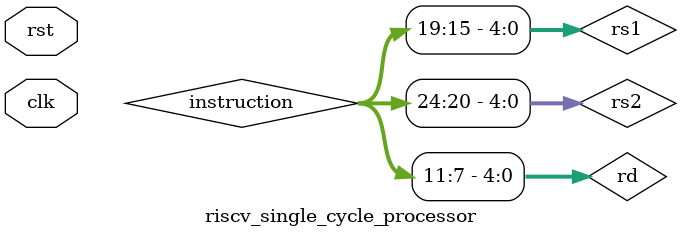
<source format=v>
module riscv_single_cycle_processor (
    input clk,
    input rst
);

    wire        RegWrite, MemRead, MemWrite, MemtoReg, ALUSrc, Branch, Jalr;
    wire [3:0]  ALUOp;

    wire [31:0] pc_current;
    wire [31:0] pc_next, pc_plus_4;
    wire [31:0] instruction;
    wire [31:0] imm_extended;
    wire [31:0] rs1_data, rs2_data;
    wire [31:0] alu_operand_b;
    wire [31:0] alu_result;
    wire        alu_zero_flag;
    wire        alu_sign_flag;
    wire        alu_carry_flag;
    wire        alu_overflow_flag;
    wire [31:0] mem_read_data;
    wire [31:0] write_back_data;
    wire [31:0] branch_target_addr;
    wire [31:0] jalr_target_addr;
    wire [1:0]  pc_sel;

    wire [4:0] rs1, rs2, rd;
    assign rs1 = instruction[19:15];
    assign rs2 = instruction[24:20];
    assign rd  = instruction[11:7];

    assign jalr_target_addr = (rs1_data + imm_extended) & ~32'b1;
    assign pc_sel = Jalr ? 2'b10 : (Branch & alu_zero_flag ? 2'b01 : 2'b00);

    // Program Counter Register
    pc_reg PC_REG (
        .clk(clk), 
        .rst(rst), 
        .pc_in(pc_next), 
        .pc_out(pc_current)
    );

    adder PC_ADDER (
        .operand_a(pc_current), 
        .operand_b(32'd4), 
        .result(pc_plus_4)
    );

    instruction_memory #( .MEM_DEPTH(256) ) IMEM (
        .address(pc_current), 
        .instruction(instruction)
    );

    control_unit CONTROL (
        .opcode(instruction[6:0]),
        .funct3(instruction[14:12]),
        .funct7(instruction[31:25]), 
        .RegWrite(RegWrite), .MemRead(MemRead), .MemWrite(MemWrite),
        .MemtoReg(MemtoReg), .ALUSrc(ALUSrc), .ALUOp(ALUOp),
        .Branch(Branch), .Jalr(Jalr)
    );

    register_file REGFILE (
        .clk(clk), .rst(rst),
        .reg_write_en(RegWrite),
        .read_addr1(rs1),
        .read_addr2(rs2), 
        .write_addr(rd),  
        .write_data(write_back_data),
        .read_data1(rs1_data),
        .read_data2(rs2_data)
    );

    immediate_generator IMM_GEN (
        .instruction(instruction),
        .imm_extended(imm_extended)
    );

    mux2to1 #(32) ALU_SRC_MUX (
        .select(ALUSrc),
        .in0(rs2_data),
        .in1(imm_extended),
        .out(alu_operand_b)
    );

    alu ALU_UNIT (
        .operand_a(rs1_data),
        .operand_b(alu_operand_b),
        .alu_op(ALUOp),
        .result(alu_result),
        .zero_flag(alu_zero_flag),
        .sign_flag(alu_sign_flag),
        .carry_flag(alu_carry_flag),
        .overflow_flag(alu_overflow_flag)
    );

    data_memory #( .DATA_MEM_DEPTH(256) ) DMEM (
        .clk(clk),
        .mem_read_en(MemRead),
        .mem_write_en(MemWrite),
        .address(alu_result), 
        .write_data(rs2_data), 
        .read_data(mem_read_data)
    );

    mux2to1 #(32) WB_MUX (
        .select(MemtoReg),
        .in0(alu_result),
        .in1(mem_read_data),
        .out(write_back_data)
    );

    adder BRANCH_ADDER (
        .operand_a(pc_current),
        .operand_b(imm_extended), 
        .result(branch_target_addr)
    );

    mux3to1 #(32) PC_FINAL_MUX (
        .sel(pc_sel),
        .in0(pc_plus_4),
        .in1(branch_target_addr),
        .in2(jalr_target_addr),
        .out(pc_next)
    );

endmodule


</source>
